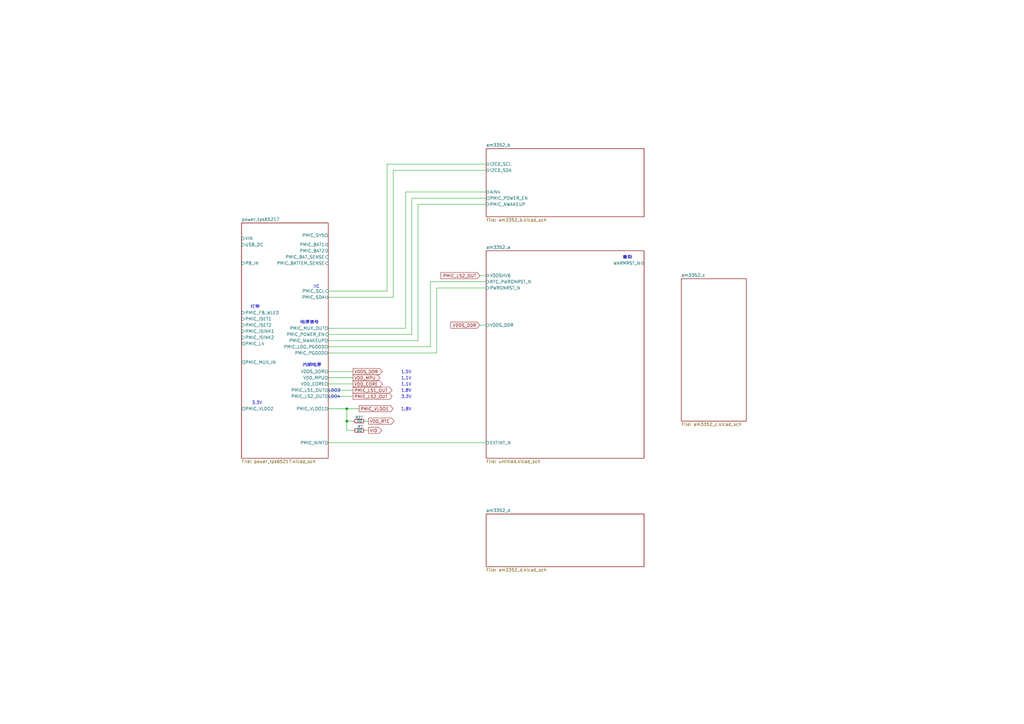
<source format=kicad_sch>
(kicad_sch
	(version 20250114)
	(generator "eeschema")
	(generator_version "9.0")
	(uuid "7fc27d12-54b0-4042-9bc1-38782b385460")
	(paper "A3")
	(lib_symbols
		(symbol "Device:R_Small"
			(pin_numbers
				(hide yes)
			)
			(pin_names
				(offset 0.254)
				(hide yes)
			)
			(exclude_from_sim no)
			(in_bom yes)
			(on_board yes)
			(property "Reference" "R"
				(at 0 0 90)
				(effects
					(font
						(size 1.016 1.016)
					)
				)
			)
			(property "Value" "R_Small"
				(at 1.778 0 90)
				(effects
					(font
						(size 1.27 1.27)
					)
				)
			)
			(property "Footprint" ""
				(at 0 0 0)
				(effects
					(font
						(size 1.27 1.27)
					)
					(hide yes)
				)
			)
			(property "Datasheet" "~"
				(at 0 0 0)
				(effects
					(font
						(size 1.27 1.27)
					)
					(hide yes)
				)
			)
			(property "Description" "Resistor, small symbol"
				(at 0 0 0)
				(effects
					(font
						(size 1.27 1.27)
					)
					(hide yes)
				)
			)
			(property "ki_keywords" "R resistor"
				(at 0 0 0)
				(effects
					(font
						(size 1.27 1.27)
					)
					(hide yes)
				)
			)
			(property "ki_fp_filters" "R_*"
				(at 0 0 0)
				(effects
					(font
						(size 1.27 1.27)
					)
					(hide yes)
				)
			)
			(symbol "R_Small_0_1"
				(rectangle
					(start -0.762 1.778)
					(end 0.762 -1.778)
					(stroke
						(width 0.2032)
						(type default)
					)
					(fill
						(type none)
					)
				)
			)
			(symbol "R_Small_1_1"
				(pin passive line
					(at 0 2.54 270)
					(length 0.762)
					(name "~"
						(effects
							(font
								(size 1.27 1.27)
							)
						)
					)
					(number "1"
						(effects
							(font
								(size 1.27 1.27)
							)
						)
					)
				)
				(pin passive line
					(at 0 -2.54 90)
					(length 0.762)
					(name "~"
						(effects
							(font
								(size 1.27 1.27)
							)
						)
					)
					(number "2"
						(effects
							(font
								(size 1.27 1.27)
							)
						)
					)
				)
			)
			(embedded_fonts no)
		)
	)
	(text "内部电源"
		(exclude_from_sim no)
		(at 128.016 149.86 0)
		(effects
			(font
				(size 1.27 1.27)
			)
		)
		(uuid "05f77c98-7e60-4781-9f02-ceb479702a75")
	)
	(text "1.1V"
		(exclude_from_sim no)
		(at 166.624 155.194 0)
		(effects
			(font
				(size 1.27 1.27)
			)
		)
		(uuid "0b568e87-c6e8-4a3b-9fe5-a18c9383bb69")
	)
	(text "IIC"
		(exclude_from_sim no)
		(at 129.794 117.602 0)
		(effects
			(font
				(size 1.27 1.27)
			)
		)
		(uuid "15e9d397-10c5-4891-b268-85ae00b57a8d")
	)
	(text "3.3V"
		(exclude_from_sim no)
		(at 105.41 165.354 0)
		(effects
			(font
				(size 1.27 1.27)
			)
		)
		(uuid "295f4d14-88fe-4d93-85b2-b2e74c3efcc6")
	)
	(text "LDO4"
		(exclude_from_sim no)
		(at 137.16 162.814 0)
		(effects
			(font
				(size 1.27 1.27)
			)
		)
		(uuid "7604e88f-4243-4d9f-8918-7442c45e35ad")
	)
	(text "LDO3"
		(exclude_from_sim no)
		(at 137.16 160.274 0)
		(effects
			(font
				(size 1.27 1.27)
			)
		)
		(uuid "7808eff4-fb27-4775-b2d1-dd8aaaf899b3")
	)
	(text "1.5V"
		(exclude_from_sim no)
		(at 166.624 152.654 0)
		(effects
			(font
				(size 1.27 1.27)
			)
		)
		(uuid "887d1e24-7898-479f-a992-ab8bc081eadd")
	)
	(text "3.3V"
		(exclude_from_sim no)
		(at 166.624 162.814 0)
		(effects
			(font
				(size 1.27 1.27)
			)
		)
		(uuid "b592bcd4-d8c1-47af-a1aa-94f59f0609b2")
	)
	(text "1.1V"
		(exclude_from_sim no)
		(at 166.624 157.734 0)
		(effects
			(font
				(size 1.27 1.27)
			)
		)
		(uuid "b9dbda47-3df0-4910-8e58-b565f1287a2d")
	)
	(text "1.8V"
		(exclude_from_sim no)
		(at 166.624 167.894 0)
		(effects
			(font
				(size 1.27 1.27)
			)
		)
		(uuid "c518d080-9493-425d-a7e3-7ea93c444a40")
	)
	(text "灯带"
		(exclude_from_sim no)
		(at 104.648 125.984 0)
		(effects
			(font
				(size 1.27 1.27)
			)
		)
		(uuid "ccc37321-20de-488f-98c3-55292ee3e7af")
	)
	(text "电源信号"
		(exclude_from_sim no)
		(at 127 132.334 0)
		(effects
			(font
				(size 1.27 1.27)
			)
		)
		(uuid "ee51348e-fafb-4b7e-bcc1-06cfe0119888")
	)
	(text "1.8V"
		(exclude_from_sim no)
		(at 166.624 160.274 0)
		(effects
			(font
				(size 1.27 1.27)
			)
		)
		(uuid "f147e21a-1524-4b90-b915-0c99518dccdc")
	)
	(text "重启"
		(exclude_from_sim no)
		(at 257.302 105.664 0)
		(effects
			(font
				(size 1.27 1.27)
			)
		)
		(uuid "f4704dc7-8e81-49ef-8345-7d8cf9e960a5")
	)
	(junction
		(at 142.24 167.64)
		(diameter 0)
		(color 0 0 0 0)
		(uuid "5be7a492-4de8-471d-9ad0-3a0b7d20ca6a")
	)
	(junction
		(at 142.24 172.72)
		(diameter 0)
		(color 0 0 0 0)
		(uuid "84a3d9f7-d1cf-412b-ae6b-bb4e860dd5ba")
	)
	(wire
		(pts
			(xy 179.07 144.78) (xy 179.07 118.11)
		)
		(stroke
			(width 0)
			(type default)
		)
		(uuid "088ddb9d-c5bb-477f-9dda-a54372d728cf")
	)
	(wire
		(pts
			(xy 171.45 83.82) (xy 199.39 83.82)
		)
		(stroke
			(width 0)
			(type default)
		)
		(uuid "09531f19-15de-45b1-a20d-60819cf94561")
	)
	(wire
		(pts
			(xy 144.78 157.48) (xy 134.62 157.48)
		)
		(stroke
			(width 0)
			(type default)
		)
		(uuid "09e78e65-d90a-42a7-a246-a81844474687")
	)
	(wire
		(pts
			(xy 168.91 81.28) (xy 199.39 81.28)
		)
		(stroke
			(width 0)
			(type default)
		)
		(uuid "107a7797-365a-49c3-bf63-14689b6056a6")
	)
	(wire
		(pts
			(xy 196.85 133.35) (xy 199.39 133.35)
		)
		(stroke
			(width 0)
			(type default)
		)
		(uuid "1ef5d562-ba00-49ae-be26-e1eb8f15503d")
	)
	(wire
		(pts
			(xy 134.62 134.62) (xy 166.37 134.62)
		)
		(stroke
			(width 0)
			(type default)
		)
		(uuid "27a86e2b-9f2e-4c94-908d-0fa1f022399c")
	)
	(wire
		(pts
			(xy 144.78 176.53) (xy 142.24 176.53)
		)
		(stroke
			(width 0)
			(type default)
		)
		(uuid "297ad49b-6fa5-46dc-b8bd-bea6028edfd1")
	)
	(wire
		(pts
			(xy 176.53 115.57) (xy 199.39 115.57)
		)
		(stroke
			(width 0)
			(type default)
		)
		(uuid "2ccf2348-910f-45ed-9b0f-4d1b1b89fea9")
	)
	(wire
		(pts
			(xy 144.78 162.56) (xy 134.62 162.56)
		)
		(stroke
			(width 0)
			(type default)
		)
		(uuid "2f2195bf-31e6-4f52-888a-bd6eef01b7d1")
	)
	(wire
		(pts
			(xy 142.24 167.64) (xy 142.24 172.72)
		)
		(stroke
			(width 0)
			(type default)
		)
		(uuid "3071b66a-73b5-4338-b883-39d0335c563f")
	)
	(wire
		(pts
			(xy 144.78 154.94) (xy 134.62 154.94)
		)
		(stroke
			(width 0)
			(type default)
		)
		(uuid "346a4b45-9032-4679-8ccb-6f0eb243dfb8")
	)
	(wire
		(pts
			(xy 142.24 167.64) (xy 147.32 167.64)
		)
		(stroke
			(width 0)
			(type default)
		)
		(uuid "4d24022b-9989-4968-a7b1-20b02c7de5b8")
	)
	(wire
		(pts
			(xy 166.37 78.74) (xy 199.39 78.74)
		)
		(stroke
			(width 0)
			(type default)
		)
		(uuid "61e67cf7-5c77-454f-a1e7-7f6e092ff69b")
	)
	(wire
		(pts
			(xy 142.24 172.72) (xy 144.78 172.72)
		)
		(stroke
			(width 0)
			(type default)
		)
		(uuid "65066dff-9281-4a20-9171-3abca76ef649")
	)
	(wire
		(pts
			(xy 144.78 160.02) (xy 134.62 160.02)
		)
		(stroke
			(width 0)
			(type default)
		)
		(uuid "670f3f46-ab27-4e1a-9cab-d5771cf4d8b6")
	)
	(wire
		(pts
			(xy 166.37 134.62) (xy 166.37 78.74)
		)
		(stroke
			(width 0)
			(type default)
		)
		(uuid "6723ffc7-2f55-4f5f-9f76-8b07e1fa795e")
	)
	(wire
		(pts
			(xy 161.29 69.85) (xy 199.39 69.85)
		)
		(stroke
			(width 0)
			(type default)
		)
		(uuid "681e87ff-1d33-459c-8eaf-837ed20a626d")
	)
	(wire
		(pts
			(xy 134.62 142.24) (xy 176.53 142.24)
		)
		(stroke
			(width 0)
			(type default)
		)
		(uuid "733a38af-654d-421a-8661-f004d8ff1028")
	)
	(wire
		(pts
			(xy 134.62 167.64) (xy 142.24 167.64)
		)
		(stroke
			(width 0)
			(type default)
		)
		(uuid "8bda01b2-1be0-4372-93bf-c28d1f25b6ea")
	)
	(wire
		(pts
			(xy 158.75 67.31) (xy 199.39 67.31)
		)
		(stroke
			(width 0)
			(type default)
		)
		(uuid "9521d99a-a7ed-4bbc-867a-240b271b12c1")
	)
	(wire
		(pts
			(xy 134.62 152.4) (xy 144.78 152.4)
		)
		(stroke
			(width 0)
			(type default)
		)
		(uuid "9533c3df-2f62-4d6d-a164-7d200a96c3da")
	)
	(wire
		(pts
			(xy 161.29 121.92) (xy 161.29 69.85)
		)
		(stroke
			(width 0)
			(type default)
		)
		(uuid "9925a421-e57b-4e46-97b6-7547c063c59e")
	)
	(wire
		(pts
			(xy 179.07 118.11) (xy 199.39 118.11)
		)
		(stroke
			(width 0)
			(type default)
		)
		(uuid "9c93d96d-fa45-411c-b7b8-6fbfea0995dc")
	)
	(wire
		(pts
			(xy 142.24 176.53) (xy 142.24 172.72)
		)
		(stroke
			(width 0)
			(type default)
		)
		(uuid "9f0061d2-a25c-4b17-9451-de2de398101b")
	)
	(wire
		(pts
			(xy 171.45 139.7) (xy 171.45 83.82)
		)
		(stroke
			(width 0)
			(type default)
		)
		(uuid "a310902d-1061-4cf1-bdd3-054baf7448d1")
	)
	(wire
		(pts
			(xy 134.62 181.61) (xy 199.39 181.61)
		)
		(stroke
			(width 0)
			(type default)
		)
		(uuid "a95ff8db-3000-4316-982d-467f0e582499")
	)
	(wire
		(pts
			(xy 158.75 119.38) (xy 158.75 67.31)
		)
		(stroke
			(width 0)
			(type default)
		)
		(uuid "b8737054-3160-454a-aa62-5fcb06242100")
	)
	(wire
		(pts
			(xy 196.85 113.03) (xy 199.39 113.03)
		)
		(stroke
			(width 0)
			(type default)
		)
		(uuid "c8e95795-9521-40b4-8b37-9fb5ddb5ec87")
	)
	(wire
		(pts
			(xy 134.62 121.92) (xy 161.29 121.92)
		)
		(stroke
			(width 0)
			(type default)
		)
		(uuid "d467b229-d378-4677-9ad9-8439192667fe")
	)
	(wire
		(pts
			(xy 134.62 139.7) (xy 171.45 139.7)
		)
		(stroke
			(width 0)
			(type default)
		)
		(uuid "d74ef1c7-ad29-42f4-84de-c09628fe280e")
	)
	(wire
		(pts
			(xy 134.62 137.16) (xy 168.91 137.16)
		)
		(stroke
			(width 0)
			(type default)
		)
		(uuid "db939dcd-7990-487f-b267-b9d3d1b64f26")
	)
	(wire
		(pts
			(xy 149.86 172.72) (xy 151.13 172.72)
		)
		(stroke
			(width 0)
			(type default)
		)
		(uuid "e515e940-4ef1-4a12-96f3-22f8ff3ed08f")
	)
	(wire
		(pts
			(xy 176.53 142.24) (xy 176.53 115.57)
		)
		(stroke
			(width 0)
			(type default)
		)
		(uuid "e6c6be21-2288-4f62-a59c-698da5381bfd")
	)
	(wire
		(pts
			(xy 134.62 119.38) (xy 158.75 119.38)
		)
		(stroke
			(width 0)
			(type default)
		)
		(uuid "f05155a3-09a7-4692-a798-37edf770e868")
	)
	(wire
		(pts
			(xy 149.86 176.53) (xy 151.13 176.53)
		)
		(stroke
			(width 0)
			(type default)
		)
		(uuid "f09e23b8-dfaa-46a8-b298-f3c910db6301")
	)
	(wire
		(pts
			(xy 168.91 137.16) (xy 168.91 81.28)
		)
		(stroke
			(width 0)
			(type default)
		)
		(uuid "f3dca4ca-f9ab-4d36-bffe-5deb3a63f11e")
	)
	(wire
		(pts
			(xy 134.62 144.78) (xy 179.07 144.78)
		)
		(stroke
			(width 0)
			(type default)
		)
		(uuid "fae41843-84e9-40a9-a77b-d7b0ed790c2c")
	)
	(global_label "PMIC_LS2_OUT"
		(shape input)
		(at 196.85 113.03 180)
		(effects
			(font
				(size 1.27 1.27)
			)
			(justify right)
		)
		(uuid "0c34d322-dfe1-4cfd-986e-7a36a8394152")
		(property "Intersheetrefs" "${INTERSHEET_REFS}"
			(at 196.85 113.03 0)
			(effects
				(font
					(size 1.27 1.27)
				)
				(hide yes)
			)
		)
	)
	(global_label "VDDS_DDR"
		(shape output)
		(at 144.78 152.4 0)
		(effects
			(font
				(size 1.27 1.27)
			)
			(justify left)
		)
		(uuid "182ca12a-3181-47f9-8931-765deb4c4171")
		(property "Intersheetrefs" "${INTERSHEET_REFS}"
			(at 144.78 152.4 0)
			(effects
				(font
					(size 1.27 1.27)
				)
				(hide yes)
			)
		)
	)
	(global_label "PMIC_LS1_OUT"
		(shape output)
		(at 144.78 160.02 0)
		(effects
			(font
				(size 1.27 1.27)
			)
			(justify left)
		)
		(uuid "26db06ea-08aa-4b8b-a676-9a3348358e1d")
		(property "Intersheetrefs" "${INTERSHEET_REFS}"
			(at 144.78 160.02 0)
			(effects
				(font
					(size 1.27 1.27)
				)
				(hide yes)
			)
		)
	)
	(global_label "PMIC_LS2_OUT"
		(shape output)
		(at 144.78 162.56 0)
		(effects
			(font
				(size 1.27 1.27)
			)
			(justify left)
		)
		(uuid "27fb2960-ae77-4ad0-afd4-f87d554f5083")
		(property "Intersheetrefs" "${INTERSHEET_REFS}"
			(at 144.78 162.56 0)
			(effects
				(font
					(size 1.27 1.27)
				)
				(hide yes)
			)
		)
	)
	(global_label "VIO"
		(shape output)
		(at 151.13 176.53 0)
		(fields_autoplaced yes)
		(effects
			(font
				(size 1.27 1.27)
			)
			(justify left)
		)
		(uuid "2ddf3534-c0dd-4a37-9e1b-0839ae59a3a9")
		(property "Intersheetrefs" "${INTERSHEET_REFS}"
			(at 157.1391 176.53 0)
			(effects
				(font
					(size 1.27 1.27)
				)
				(justify left)
				(hide yes)
			)
		)
	)
	(global_label "PMIC_VLDO1"
		(shape output)
		(at 147.32 167.64 0)
		(effects
			(font
				(size 1.27 1.27)
			)
			(justify left)
		)
		(uuid "3fd00c9d-62a4-4198-a9c6-c47f489690a1")
		(property "Intersheetrefs" "${INTERSHEET_REFS}"
			(at 147.32 167.64 0)
			(effects
				(font
					(size 1.27 1.27)
				)
				(hide yes)
			)
		)
	)
	(global_label "VDD_RTC"
		(shape output)
		(at 151.13 172.72 0)
		(fields_autoplaced yes)
		(effects
			(font
				(size 1.27 1.27)
			)
			(justify left)
		)
		(uuid "7a904125-cd3d-4c6a-a60c-801e14471e80")
		(property "Intersheetrefs" "${INTERSHEET_REFS}"
			(at 162.219 172.72 0)
			(effects
				(font
					(size 1.27 1.27)
				)
				(justify left)
				(hide yes)
			)
		)
	)
	(global_label "VDD_MPU"
		(shape output)
		(at 144.78 154.94 0)
		(effects
			(font
				(size 1.27 1.27)
			)
			(justify left)
		)
		(uuid "9d9403b2-0d95-49e0-8cc7-b4a677f6fd80")
		(property "Intersheetrefs" "${INTERSHEET_REFS}"
			(at 144.78 154.94 0)
			(effects
				(font
					(size 1.27 1.27)
				)
				(hide yes)
			)
		)
	)
	(global_label "VDD_CORE"
		(shape output)
		(at 144.78 157.48 0)
		(effects
			(font
				(size 1.27 1.27)
			)
			(justify left)
		)
		(uuid "ba99c7a9-f0c6-4521-af57-b3d852fe564b")
		(property "Intersheetrefs" "${INTERSHEET_REFS}"
			(at 144.78 157.48 0)
			(effects
				(font
					(size 1.27 1.27)
				)
				(hide yes)
			)
		)
	)
	(global_label "VDDS_DDR"
		(shape input)
		(at 196.85 133.35 180)
		(effects
			(font
				(size 1.27 1.27)
			)
			(justify right)
		)
		(uuid "e5249d11-76f2-4b28-9c67-550f74ff4668")
		(property "Intersheetrefs" "${INTERSHEET_REFS}"
			(at 196.85 133.35 0)
			(effects
				(font
					(size 1.27 1.27)
				)
				(hide yes)
			)
		)
	)
	(symbol
		(lib_id "Device:R_Small")
		(at 147.32 176.53 90)
		(unit 1)
		(exclude_from_sim no)
		(in_bom yes)
		(on_board yes)
		(dnp no)
		(uuid "a6c6d936-f27c-4a0f-a52f-7250983555d9")
		(property "Reference" "R7"
			(at 148.844 175.006 90)
			(effects
				(font
					(size 1.016 1.016)
				)
				(justify left)
			)
		)
		(property "Value" "0Ω"
			(at 148.59 176.53 90)
			(effects
				(font
					(size 1.01 1.01)
				)
				(justify left)
			)
		)
		(property "Footprint" ""
			(at 147.32 176.53 0)
			(effects
				(font
					(size 1.27 1.27)
				)
				(hide yes)
			)
		)
		(property "Datasheet" "~"
			(at 147.32 176.53 0)
			(effects
				(font
					(size 1.27 1.27)
				)
				(hide yes)
			)
		)
		(property "Description" "Resistor, small symbol"
			(at 147.32 176.53 0)
			(effects
				(font
					(size 1.27 1.27)
				)
				(hide yes)
			)
		)
		(pin "2"
			(uuid "0b6d4e6a-335e-4bf1-bb81-cdbedb118e59")
		)
		(pin "1"
			(uuid "59452c17-21ce-4fc9-bf0a-00d9fcebd4cd")
		)
		(instances
			(project "Linux_core_am3352_20251013"
				(path "/7fc27d12-54b0-4042-9bc1-38782b385460"
					(reference "R7")
					(unit 1)
				)
			)
		)
	)
	(symbol
		(lib_id "Device:R_Small")
		(at 147.32 172.72 90)
		(unit 1)
		(exclude_from_sim no)
		(in_bom yes)
		(on_board yes)
		(dnp no)
		(uuid "f7ea8e42-a8db-471c-b6e5-7ccb595a9bd6")
		(property "Reference" "R27"
			(at 148.844 171.196 90)
			(effects
				(font
					(size 1.016 1.016)
				)
				(justify left)
			)
		)
		(property "Value" "0Ω"
			(at 148.59 172.72 90)
			(effects
				(font
					(size 1.01 1.01)
				)
				(justify left)
			)
		)
		(property "Footprint" ""
			(at 147.32 172.72 0)
			(effects
				(font
					(size 1.27 1.27)
				)
				(hide yes)
			)
		)
		(property "Datasheet" "~"
			(at 147.32 172.72 0)
			(effects
				(font
					(size 1.27 1.27)
				)
				(hide yes)
			)
		)
		(property "Description" "Resistor, small symbol"
			(at 147.32 172.72 0)
			(effects
				(font
					(size 1.27 1.27)
				)
				(hide yes)
			)
		)
		(pin "2"
			(uuid "4e889a65-a7c5-4ae1-979c-a8e48d544bcc")
		)
		(pin "1"
			(uuid "266dc29e-8e93-450a-bb7e-550797a1002f")
		)
		(instances
			(project "Linux_core_am3352_20251013"
				(path "/7fc27d12-54b0-4042-9bc1-38782b385460"
					(reference "R27")
					(unit 1)
				)
			)
		)
	)
	(sheet
		(at 199.39 60.96)
		(size 64.77 27.94)
		(exclude_from_sim no)
		(in_bom yes)
		(on_board yes)
		(dnp no)
		(fields_autoplaced yes)
		(stroke
			(width 0.1524)
			(type solid)
		)
		(fill
			(color 0 0 0 0.0000)
		)
		(uuid "41e54fee-b97c-4c85-a399-7c97044745a9")
		(property "Sheetname" "am3352_b"
			(at 199.39 60.2484 0)
			(effects
				(font
					(size 1.27 1.27)
				)
				(justify left bottom)
			)
		)
		(property "Sheetfile" "am3352_b.kicad_sch"
			(at 199.39 89.4846 0)
			(effects
				(font
					(size 1.27 1.27)
				)
				(justify left top)
			)
		)
		(pin "PMIC_NWAKEUP" input
			(at 199.39 83.82 180)
			(uuid "34dab781-8b02-4a62-bf33-4a4a32d90f76")
			(effects
				(font
					(size 1.27 1.27)
				)
				(justify left)
			)
		)
		(pin "PMIC_POWER_EN" output
			(at 199.39 81.28 180)
			(uuid "ac5e2006-95a7-4f32-8886-7ec3eaf69e96")
			(effects
				(font
					(size 1.27 1.27)
				)
				(justify left)
			)
		)
		(pin "I2C0_SCL" bidirectional
			(at 199.39 67.31 180)
			(uuid "b0316c12-5820-4aeb-8075-f813af82da84")
			(effects
				(font
					(size 1.27 1.27)
				)
				(justify left)
			)
		)
		(pin "I2C0_SDA" bidirectional
			(at 199.39 69.85 180)
			(uuid "8ea4c7ed-14a4-4818-96ca-058c54a1811b")
			(effects
				(font
					(size 1.27 1.27)
				)
				(justify left)
			)
		)
		(pin "AIN4" bidirectional
			(at 199.39 78.74 180)
			(uuid "58dbbdd4-7f3f-4119-9040-23b28fde2d04")
			(effects
				(font
					(size 1.27 1.27)
				)
				(justify left)
			)
		)
		(instances
			(project "Linux_core_am3352_20251013"
				(path "/7fc27d12-54b0-4042-9bc1-38782b385460"
					(page "4")
				)
			)
		)
	)
	(sheet
		(at 99.06 91.44)
		(size 35.56 96.52)
		(exclude_from_sim no)
		(in_bom yes)
		(on_board yes)
		(dnp no)
		(fields_autoplaced yes)
		(stroke
			(width 0.1524)
			(type solid)
		)
		(fill
			(color 0 0 0 0.0000)
		)
		(uuid "68d2f790-1c46-4044-8dc0-bf235c5227a2")
		(property "Sheetname" "power_tps65217"
			(at 99.06 90.7284 0)
			(effects
				(font
					(size 1.27 1.27)
				)
				(justify left bottom)
			)
		)
		(property "Sheetfile" "power_tps65217.kicad_sch"
			(at 99.06 188.5446 0)
			(effects
				(font
					(size 1.27 1.27)
				)
				(justify left top)
			)
		)
		(pin "PB_IN" input
			(at 99.06 107.95 180)
			(uuid "4fba653d-1ff0-41a0-a1a8-9d3f3ca264eb")
			(effects
				(font
					(size 1.27 1.27)
				)
				(justify left)
			)
		)
		(pin "PMIC_BAT1" bidirectional
			(at 134.62 100.33 0)
			(uuid "00808cdf-bac3-4855-a070-a0b5b6f2dfac")
			(effects
				(font
					(size 1.27 1.27)
				)
				(justify right)
			)
		)
		(pin "PMIC_BAT2" bidirectional
			(at 134.62 102.87 0)
			(uuid "824206cf-0086-48f9-9fb7-5df6b8d63275")
			(effects
				(font
					(size 1.27 1.27)
				)
				(justify right)
			)
		)
		(pin "PMIC_BATTEM_SENSE" input
			(at 134.62 107.95 0)
			(uuid "bf4eba62-c590-4d4f-8dfb-b6794c1014b5")
			(effects
				(font
					(size 1.27 1.27)
				)
				(justify right)
			)
		)
		(pin "PMIC_BAT_SENSE" input
			(at 134.62 105.41 0)
			(uuid "367f12e1-8147-4173-935e-8b8b96e0f0ee")
			(effects
				(font
					(size 1.27 1.27)
				)
				(justify right)
			)
		)
		(pin "PMIC_FB_WLED" input
			(at 99.06 128.27 180)
			(uuid "fd36e81e-4024-4390-83df-d7a7f3f65288")
			(effects
				(font
					(size 1.27 1.27)
				)
				(justify left)
			)
		)
		(pin "PMIC_ISET1" input
			(at 99.06 130.81 180)
			(uuid "b7ae4add-8e68-4604-bb51-eff10e4d83d4")
			(effects
				(font
					(size 1.27 1.27)
				)
				(justify left)
			)
		)
		(pin "PMIC_ISET2" input
			(at 99.06 133.35 180)
			(uuid "7adbd6c5-330d-4013-860c-d1de618aab89")
			(effects
				(font
					(size 1.27 1.27)
				)
				(justify left)
			)
		)
		(pin "PMIC_ISINK1" input
			(at 99.06 135.89 180)
			(uuid "3fa36169-9ae6-4797-9f5a-96e8a8ccd74e")
			(effects
				(font
					(size 1.27 1.27)
				)
				(justify left)
			)
		)
		(pin "PMIC_ISINK2" input
			(at 99.06 138.43 180)
			(uuid "d093218e-7b9b-4c7f-9ed1-580a2d7c7037")
			(effects
				(font
					(size 1.27 1.27)
				)
				(justify left)
			)
		)
		(pin "PMIC_L4" output
			(at 99.06 140.97 180)
			(uuid "0391dc89-38e9-4329-9ab8-86ccc5d349d2")
			(effects
				(font
					(size 1.27 1.27)
				)
				(justify left)
			)
		)
		(pin "PMIC_LDO_PGOOD" output
			(at 134.62 142.24 0)
			(uuid "209f29af-4b22-4fae-94bd-a04d19bfafae")
			(effects
				(font
					(size 1.27 1.27)
				)
				(justify right)
			)
		)
		(pin "PMIC_LS1_OUT" output
			(at 134.62 160.02 0)
			(uuid "e19a69be-7add-4d18-abeb-2fb734dff6e5")
			(effects
				(font
					(size 1.27 1.27)
				)
				(justify right)
			)
		)
		(pin "PMIC_LS2_OUT" output
			(at 134.62 162.56 0)
			(uuid "e4afd973-033a-4096-90f8-6146e94c021a")
			(effects
				(font
					(size 1.27 1.27)
				)
				(justify right)
			)
		)
		(pin "PMIC_MUX_IN" output
			(at 99.06 148.59 180)
			(uuid "a4decf61-101e-4d16-88a9-21dc7adf0381")
			(effects
				(font
					(size 1.27 1.27)
				)
				(justify left)
			)
		)
		(pin "PMIC_MUX_OUT" output
			(at 134.62 134.62 0)
			(uuid "63d22fbe-e8d1-4e07-a5ef-b7bcded7bd1a")
			(effects
				(font
					(size 1.27 1.27)
				)
				(justify right)
			)
		)
		(pin "PMIC_NINT" output
			(at 134.62 181.61 0)
			(uuid "481b57e3-f452-43cb-8909-6c811038f587")
			(effects
				(font
					(size 1.27 1.27)
				)
				(justify right)
			)
		)
		(pin "PMIC_NWAKEUP" output
			(at 134.62 139.7 0)
			(uuid "77ce89a0-b3f5-49b0-895a-a373e272b959")
			(effects
				(font
					(size 1.27 1.27)
				)
				(justify right)
			)
		)
		(pin "PMIC_PGOOD" output
			(at 134.62 144.78 0)
			(uuid "700bc07e-de21-42a3-a8dc-98ab79a9d9b2")
			(effects
				(font
					(size 1.27 1.27)
				)
				(justify right)
			)
		)
		(pin "PMIC_POWER_EN" input
			(at 134.62 137.16 0)
			(uuid "3a98c755-f4e1-4a4d-ad25-1bbf35c186b0")
			(effects
				(font
					(size 1.27 1.27)
				)
				(justify right)
			)
		)
		(pin "PMIC_SCL" input
			(at 134.62 119.38 0)
			(uuid "acf89264-d2b2-48af-a83b-229c259fd040")
			(effects
				(font
					(size 1.27 1.27)
				)
				(justify right)
			)
		)
		(pin "PMIC_SDA" bidirectional
			(at 134.62 121.92 0)
			(uuid "5b790159-e59a-4cb7-b768-56560de52cc3")
			(effects
				(font
					(size 1.27 1.27)
				)
				(justify right)
			)
		)
		(pin "PMIC_SYS" output
			(at 134.62 96.52 0)
			(uuid "0ea26c0c-d890-4d2d-ba1d-c9e25ddcc9ad")
			(effects
				(font
					(size 1.27 1.27)
				)
				(justify right)
			)
		)
		(pin "PMIC_VLDO1" output
			(at 134.62 167.64 0)
			(uuid "a93699a6-5c5f-4247-9b50-cd2c07677bf3")
			(effects
				(font
					(size 1.27 1.27)
				)
				(justify right)
			)
		)
		(pin "PMIC_VLDO2" output
			(at 99.06 167.64 180)
			(uuid "3769a4f0-abe4-4dc2-9b49-f90c8455fe86")
			(effects
				(font
					(size 1.27 1.27)
				)
				(justify left)
			)
		)
		(pin "USB_DC" input
			(at 99.06 100.33 180)
			(uuid "d9cc5cbd-5666-47b4-98ca-f3ea86a56686")
			(effects
				(font
					(size 1.27 1.27)
				)
				(justify left)
			)
		)
		(pin "VDDS_DDR" output
			(at 134.62 152.4 0)
			(uuid "e50b1805-2632-4abf-aa42-e20580376d4d")
			(effects
				(font
					(size 1.27 1.27)
				)
				(justify right)
			)
		)
		(pin "VDD_CORE" output
			(at 134.62 157.48 0)
			(uuid "fcaa0054-f539-4f8c-bbd7-b3c491c70400")
			(effects
				(font
					(size 1.27 1.27)
				)
				(justify right)
			)
		)
		(pin "VDD_MPU" output
			(at 134.62 154.94 0)
			(uuid "3b6d1df1-44ff-4b2b-a9c4-2eff29ac9f99")
			(effects
				(font
					(size 1.27 1.27)
				)
				(justify right)
			)
		)
		(pin "VIN" input
			(at 99.06 97.79 180)
			(uuid "c35a943b-a400-4a40-8611-2e4f57ffbab0")
			(effects
				(font
					(size 1.27 1.27)
				)
				(justify left)
			)
		)
		(instances
			(project "Linux_core_am3352_20251013"
				(path "/7fc27d12-54b0-4042-9bc1-38782b385460"
					(page "3")
				)
			)
		)
	)
	(sheet
		(at 199.39 210.82)
		(size 64.77 21.59)
		(exclude_from_sim no)
		(in_bom yes)
		(on_board yes)
		(dnp no)
		(fields_autoplaced yes)
		(stroke
			(width 0.1524)
			(type solid)
		)
		(fill
			(color 0 0 0 0.0000)
		)
		(uuid "bc988e1c-f787-406e-83e5-49b0441735ae")
		(property "Sheetname" "am3352_d"
			(at 199.39 210.1084 0)
			(effects
				(font
					(size 1.27 1.27)
				)
				(justify left bottom)
			)
		)
		(property "Sheetfile" "am3352_d.kicad_sch"
			(at 199.39 232.9946 0)
			(effects
				(font
					(size 1.27 1.27)
				)
				(justify left top)
			)
		)
		(instances
			(project "Linux_core_am3352_20251013"
				(path "/7fc27d12-54b0-4042-9bc1-38782b385460"
					(page "6")
				)
			)
		)
	)
	(sheet
		(at 199.39 102.87)
		(size 64.77 85.09)
		(exclude_from_sim no)
		(in_bom yes)
		(on_board yes)
		(dnp no)
		(fields_autoplaced yes)
		(stroke
			(width 0.1524)
			(type solid)
		)
		(fill
			(color 0 0 0 0.0000)
		)
		(uuid "c232edf1-701d-4d9b-9eba-12219f57fa09")
		(property "Sheetname" "am3352_a"
			(at 199.39 102.1584 0)
			(effects
				(font
					(size 1.27 1.27)
				)
				(justify left bottom)
			)
		)
		(property "Sheetfile" "untitled.kicad_sch"
			(at 199.39 188.5446 0)
			(effects
				(font
					(size 1.27 1.27)
				)
				(justify left top)
			)
		)
		(pin "EXTINT_N" input
			(at 199.39 181.61 180)
			(uuid "3a7adbe3-cff1-4a82-9d7b-854d11bb81ab")
			(effects
				(font
					(size 1.27 1.27)
				)
				(justify left)
			)
		)
		(pin "PWRONRST_N" input
			(at 199.39 118.11 180)
			(uuid "2641cbab-9038-4499-88c6-8ff222f06fe9")
			(effects
				(font
					(size 1.27 1.27)
				)
				(justify left)
			)
		)
		(pin "VDDSHV6" bidirectional
			(at 199.39 113.03 180)
			(uuid "934fc598-e2e5-4378-834e-4183af31f283")
			(effects
				(font
					(size 1.27 1.27)
				)
				(justify left)
			)
		)
		(pin "RTC_PWRONRST_N" input
			(at 199.39 115.57 180)
			(uuid "8ee51817-bb2a-4e01-bfdd-f0ed0403ac10")
			(effects
				(font
					(size 1.27 1.27)
				)
				(justify left)
			)
		)
		(pin "VDDS_DDR" input
			(at 199.39 133.35 180)
			(uuid "4d0c7751-320c-403e-a9cf-018a94e4f566")
			(effects
				(font
					(size 1.27 1.27)
				)
				(justify left)
			)
		)
		(pin "WARMRST_N" bidirectional
			(at 264.16 107.95 0)
			(uuid "04c870e4-7754-4603-a803-f4e84baf5810")
			(effects
				(font
					(size 1.27 1.27)
				)
				(justify right)
			)
		)
		(instances
			(project "Linux_core_am3352_20251013"
				(path "/7fc27d12-54b0-4042-9bc1-38782b385460"
					(page "2")
				)
			)
		)
	)
	(sheet
		(at 279.4 114.3)
		(size 26.67 58.42)
		(exclude_from_sim no)
		(in_bom yes)
		(on_board yes)
		(dnp no)
		(fields_autoplaced yes)
		(stroke
			(width 0.1524)
			(type solid)
		)
		(fill
			(color 0 0 0 0.0000)
		)
		(uuid "c5adc54c-b8b1-4e11-b41f-f7e4b64f5338")
		(property "Sheetname" "am3352_c"
			(at 279.4 113.5884 0)
			(effects
				(font
					(size 1.27 1.27)
				)
				(justify left bottom)
			)
		)
		(property "Sheetfile" "am3352_c.kicad_sch"
			(at 279.4 173.3046 0)
			(effects
				(font
					(size 1.27 1.27)
				)
				(justify left top)
			)
		)
		(instances
			(project "Linux_core_am3352_20251013"
				(path "/7fc27d12-54b0-4042-9bc1-38782b385460"
					(page "5")
				)
			)
		)
	)
	(sheet_instances
		(path "/"
			(page "1")
		)
	)
	(embedded_fonts no)
)

</source>
